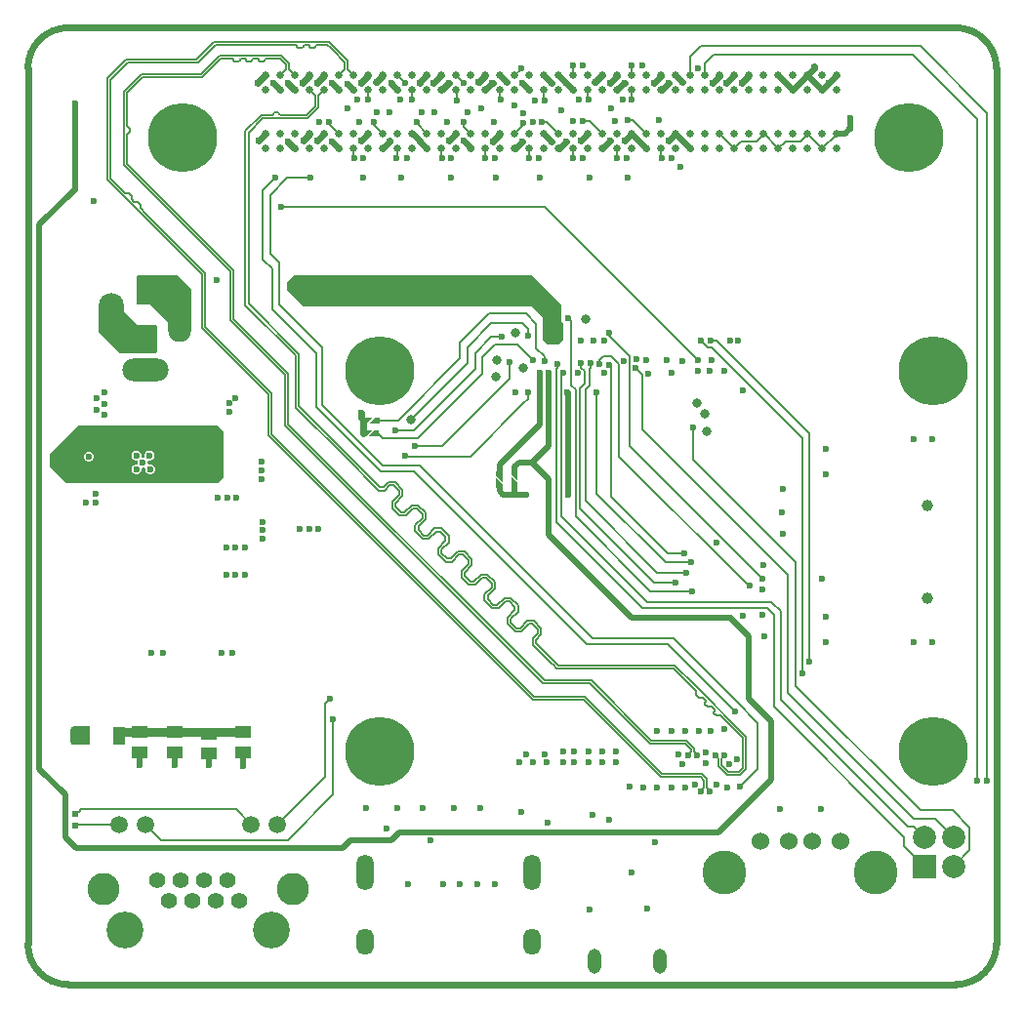
<source format=gbl>
G04*
G04 #@! TF.GenerationSoftware,Altium Limited,Altium Designer,22.10.1 (41)*
G04*
G04 Layer_Physical_Order=4*
G04 Layer_Color=16711680*
%FSAX44Y44*%
%MOMM*%
G71*
G04*
G04 #@! TF.SameCoordinates,19A9066D-69EC-4412-BDAA-CEE194C5A0F3*
G04*
G04*
G04 #@! TF.FilePolarity,Positive*
G04*
G01*
G75*
%ADD10C,0.2000*%
%ADD12C,0.5000*%
%ADD38R,0.6000X0.5500*%
%ADD93C,1.5000*%
%ADD105C,0.6000*%
%ADD106C,0.1500*%
%ADD108C,0.8000*%
%ADD113C,0.1460*%
%ADD114C,0.1550*%
%ADD116O,1.2000X2.1500*%
%ADD117O,1.5000X3.1000*%
%ADD118O,1.5000X2.3000*%
%ADD119C,1.0000*%
%ADD120C,1.4000*%
%ADD121C,2.8000*%
%ADD122C,3.2000*%
%ADD123C,2.0000*%
%ADD124R,2.0000X2.0000*%
%ADD125C,6.0000*%
%ADD126O,2.2000X4.0000*%
%ADD127O,2.0000X4.5000*%
%ADD128O,4.0000X2.0000*%
%ADD129C,3.8000*%
%ADD130C,1.5240*%
%ADD131C,0.6000*%
%ADD133R,1.7000X2.3000*%
%ADD134C,0.6400*%
%ADD135R,0.2000X0.2000*%
%ADD136R,0.2000X0.2000*%
%ADD137R,1.4000X1.1000*%
%ADD138R,1.0000X1.6000*%
%ADD139C,0.8000*%
G36*
X00147000Y00608000D02*
Y00579000D01*
X00127000D01*
X00111000Y00595000D01*
X00100000D01*
X00099000Y00596000D01*
Y00619000D01*
X00100000Y00620000D01*
X00135000D01*
X00147000Y00608000D01*
D02*
G37*
G36*
X00468000Y00594000D02*
Y00580000D01*
X00469000Y00579000D01*
Y00564000D01*
X00465000Y00560000D01*
X00456000D01*
X00452000Y00564000D01*
Y00583000D01*
X00442000Y00593000D01*
X00244000D01*
X00230000Y00607000D01*
Y00614000D01*
X00236000Y00620000D01*
X00442000D01*
X00468000Y00594000D01*
D02*
G37*
G36*
X00088000Y00589000D02*
X00100000Y00577000D01*
X00116000D01*
X00117000Y00576000D01*
Y00554000D01*
X00116000Y00553000D01*
X00084000D01*
X00066000Y00571000D01*
Y00594000D01*
X00088000D01*
Y00589000D01*
D02*
G37*
G36*
X00310000Y00491250D02*
X00300750D01*
X00306250Y00496750D01*
X00310000D01*
Y00491250D01*
D02*
G37*
G36*
X00298750D02*
X00295000D01*
Y00496750D01*
X00304250D01*
X00298750Y00491250D01*
D02*
G37*
G36*
X00309500Y00480250D02*
X00300250D01*
X00305750Y00485750D01*
X00309500D01*
Y00480250D01*
D02*
G37*
G36*
X00298250D02*
X00294500D01*
Y00485750D01*
X00303750D01*
X00298250Y00480250D01*
D02*
G37*
G36*
X00429750Y00442250D02*
X00424250Y00447750D01*
Y00451500D01*
X00429750D01*
Y00442250D01*
D02*
G37*
G36*
X00416750Y00441250D02*
X00411250Y00446750D01*
Y00450500D01*
X00416750D01*
Y00441250D01*
D02*
G37*
G36*
X00175000Y00485000D02*
Y00445000D01*
X00170000Y00440000D01*
X00038000D01*
X00024000Y00454000D01*
Y00465000D01*
X00049000Y00490000D01*
X00170000D01*
X00175000Y00485000D01*
D02*
G37*
G36*
X00429750Y00440250D02*
Y00436500D01*
X00424250D01*
Y00445750D01*
X00429750Y00440250D01*
D02*
G37*
G36*
X00416750Y00439250D02*
Y00435500D01*
X00411250D01*
Y00444750D01*
X00416750Y00439250D01*
D02*
G37*
G36*
X00059000Y00213000D02*
X00044000D01*
X00042000Y00215000D01*
Y00227000D01*
X00044000Y00229000D01*
X00059000D01*
Y00213000D01*
D02*
G37*
%LPC*%
G36*
X00058849Y00467270D02*
X00057151D01*
X00055581Y00466620D01*
X00054380Y00465419D01*
X00053730Y00463849D01*
Y00462151D01*
X00054380Y00460581D01*
X00055581Y00459380D01*
X00057151Y00458730D01*
X00058849D01*
X00060419Y00459380D01*
X00061620Y00460581D01*
X00062270Y00462151D01*
Y00463849D01*
X00061620Y00465419D01*
X00060419Y00466620D01*
X00058849Y00467270D01*
D02*
G37*
G36*
X00099849Y00468270D02*
X00098151D01*
X00096581Y00467620D01*
X00095380Y00466419D01*
X00094730Y00464849D01*
Y00463151D01*
X00095380Y00461581D01*
X00096581Y00460380D01*
X00098151Y00459730D01*
X00099524D01*
X00100267Y00459047D01*
X00100520Y00458633D01*
Y00457367D01*
X00100210Y00456860D01*
X00099495Y00456270D01*
X00098151D01*
X00096581Y00455620D01*
X00095380Y00454419D01*
X00094730Y00452849D01*
Y00451151D01*
X00095380Y00449581D01*
X00096581Y00448380D01*
X00098151Y00447730D01*
X00099849D01*
X00101419Y00448380D01*
X00102620Y00449581D01*
X00103270Y00451151D01*
Y00452598D01*
X00103580Y00453105D01*
X00104295Y00453695D01*
X00105639D01*
X00105719Y00453728D01*
X00106730Y00452849D01*
Y00451151D01*
X00107380Y00449581D01*
X00108581Y00448380D01*
X00110151Y00447730D01*
X00111849D01*
X00113419Y00448380D01*
X00114620Y00449581D01*
X00115270Y00451151D01*
Y00452849D01*
X00114620Y00454419D01*
X00113419Y00455620D01*
X00111849Y00456270D01*
X00110151D01*
X00110070Y00456237D01*
X00109059Y00457116D01*
Y00458563D01*
X00109369Y00459070D01*
X00110084Y00459660D01*
X00111428D01*
X00112998Y00460310D01*
X00114199Y00461511D01*
X00114849Y00463080D01*
Y00464779D01*
X00114199Y00466348D01*
X00112998Y00467550D01*
X00111428Y00468200D01*
X00109730D01*
X00108160Y00467550D01*
X00106959Y00466348D01*
X00106309Y00464779D01*
Y00463332D01*
X00105999Y00462824D01*
X00105285Y00462235D01*
X00104265D01*
X00103523Y00462918D01*
X00103270Y00463332D01*
Y00464849D01*
X00102620Y00466419D01*
X00101419Y00467620D01*
X00099849Y00468270D01*
D02*
G37*
%LPD*%
D10*
X00637000Y00736500D02*
X00643500Y00743000D01*
X00681500Y00742500D02*
X00694000Y00730000D01*
X00706500Y00742500D01*
X00681000Y00742500D02*
X00681500D01*
X00656000Y00730000D02*
X00662500Y00736500D01*
X00656000Y00730000D02*
Y00730500D01*
X00617500D02*
X00623500Y00736500D01*
X00215000Y00690000D02*
X00230000Y00705000D01*
X00215000Y00639000D02*
Y00690000D01*
X00230000Y00705000D02*
X00250000D01*
X00209000Y00634000D02*
Y00694000D01*
X00220000Y00705000D01*
X00538000Y00332000D02*
X00646000D01*
X00652000Y00246000D02*
Y00326000D01*
X00646000Y00332000D02*
X00652000Y00326000D01*
X00542000Y00337000D02*
X00650000D01*
X00658000Y00329000D01*
X00467730Y00411270D02*
X00542000Y00337000D01*
X00545000Y00346000D02*
X00581000D01*
X00480000Y00411000D02*
X00545000Y00346000D01*
X00779000Y00156000D02*
X00807000D01*
X00822000Y00121855D02*
Y00141000D01*
X00807000Y00156000D02*
X00822000Y00141000D01*
X00671000Y00264000D02*
X00779000Y00156000D01*
X00664000Y00258000D02*
X00773000Y00149000D01*
X00791545D02*
X00807645Y00132900D01*
X00773000Y00149000D02*
X00791545D01*
X00768000Y00142000D02*
X00773145D01*
X00658000Y00252000D02*
X00768000Y00142000D01*
X00773145D02*
X00782245Y00132900D01*
X00652000Y00246000D02*
X00765000Y00133000D01*
Y00124745D02*
Y00133000D01*
Y00124745D02*
X00782245Y00107500D01*
X00828000Y00182000D02*
X00828000Y00182000D01*
Y00756000D01*
X00837000Y00182000D02*
Y00761142D01*
X00779142Y00819000D02*
X00837000Y00761142D01*
X00837000Y00761142D02*
X00837000Y00761142D01*
X00807645Y00107500D02*
X00822000Y00121855D01*
X00671000Y00264000D02*
Y00371000D01*
X00380000Y00562000D02*
X00405000Y00587000D01*
X00380000Y00548000D02*
Y00562000D01*
X00326000Y00494000D02*
X00380000Y00548000D01*
X00405000Y00587000D02*
X00437000D01*
X00386000Y00558000D02*
X00407000Y00579000D01*
X00386000Y00544000D02*
Y00558000D01*
X00337000Y00495000D02*
X00386000Y00544000D01*
X00407000Y00579000D02*
X00434000D01*
X00393000Y00553000D02*
X00407000Y00567000D01*
X00340000Y00486000D02*
X00393000Y00539000D01*
Y00553000D01*
X00407000Y00567000D02*
X00416000D01*
X00343000Y00479000D02*
X00399000Y00535000D01*
Y00549000D02*
X00410000Y00560000D01*
X00399000Y00535000D02*
Y00549000D01*
X00410000Y00560000D02*
X00430000D01*
X00312500Y00479000D02*
X00343000D01*
X00324000Y00486000D02*
X00340000D01*
X00434000Y00579000D02*
X00439000Y00574000D01*
X00437000Y00587000D02*
X00446000Y00578000D01*
X00439000Y00568000D02*
Y00574000D01*
X00308500Y00483000D02*
X00312500Y00479000D01*
X00435000Y00509000D02*
X00435000D01*
X00333000Y00463000D02*
X00389000D01*
X00435000Y00509000D01*
X00435000D02*
X00439000Y00513000D01*
X00582000Y00460000D02*
Y00488000D01*
Y00460000D02*
X00671000Y00371000D01*
X00664000Y00258000D02*
Y00360000D01*
X00537730Y00486270D02*
X00664000Y00360000D01*
X00537730Y00486270D02*
Y00534270D01*
X00560000Y00379000D02*
X00574000D01*
X00511000Y00428000D02*
X00560000Y00379000D01*
X00209000Y00634000D02*
X00217000Y00626000D01*
Y00591000D02*
Y00626000D01*
X00215000Y00639000D02*
X00223000Y00631000D01*
Y00595000D02*
Y00631000D01*
X00325650Y00793750D02*
X00331900Y00787500D01*
X00311000Y00450000D02*
X00340000D01*
X00255000Y00506000D02*
Y00553000D01*
Y00506000D02*
X00311000Y00450000D01*
X00223000Y00595000D02*
X00260000Y00558000D01*
X00217000Y00591000D02*
X00255000Y00553000D01*
X00260000Y00508000D02*
Y00558000D01*
Y00508000D02*
X00313000Y00455000D01*
X00225000Y00680000D02*
X00453000D01*
X00586000Y00547000D01*
X00332000Y00464000D02*
X00333000Y00463000D01*
X00313000Y00455000D02*
X00345000D01*
X00495000Y00305000D01*
X00340000Y00450000D02*
X00490000Y00300000D01*
X00560000D01*
X00495000Y00305000D02*
X00565000D01*
X00620000Y00250000D01*
X00638002Y00192002D02*
Y00231998D01*
X00620000Y00250000D02*
X00620000D01*
X00638002Y00231998D01*
X00560000Y00300000D02*
X00618000Y00242000D01*
X00623000Y00177000D02*
X00638002Y00192002D01*
X00376450Y00793750D02*
X00382700Y00787500D01*
X00598000Y00558000D02*
X00677000Y00479000D01*
Y00275000D02*
Y00479000D01*
X00602000Y00564000D02*
X00683000Y00483000D01*
Y00285000D02*
Y00483000D01*
X00463730Y00406270D02*
X00538000Y00332000D01*
X00463730Y00539730D02*
X00464000Y00540000D01*
X00463730Y00406270D02*
Y00539730D01*
X00464000Y00540000D02*
Y00543000D01*
X00467730Y00411270D02*
Y00534730D01*
X00469000Y00536000D01*
X00658000Y00252000D02*
Y00329000D01*
X00595000Y00558000D02*
X00598000D01*
X00589000Y00564000D02*
X00595000Y00558000D01*
X00597000Y00564000D02*
X00602000D01*
X00480000Y00411000D02*
Y00521000D01*
X00592000Y00502000D02*
X00592500Y00501500D01*
Y00500000D02*
Y00501500D01*
X00586000Y00509500D02*
Y00511000D01*
X00585500Y00509000D02*
X00586000Y00509500D01*
X00592350Y00804350D02*
X00599929Y00811929D01*
X00772071D01*
X00592350Y00793750D02*
Y00804350D01*
X00589000Y00819000D02*
X00779142D01*
X00579650Y00809650D02*
X00589000Y00819000D01*
X00579650Y00793750D02*
Y00809650D01*
X00772071Y00811929D02*
X00828000Y00756000D01*
X00508999Y00542001D02*
X00509401Y00542403D01*
Y00542401D02*
Y00542403D01*
X00675000Y00736500D02*
X00681000Y00742500D01*
X00662500Y00736500D02*
X00675000D01*
X00643500Y00743000D02*
X00656000Y00730500D01*
X00623500Y00736500D02*
X00637000D01*
X00605050Y00742950D02*
X00617500Y00730500D01*
X00473000Y00519000D02*
X00474000Y00518000D01*
Y00583000D02*
X00476500Y00580500D01*
Y00524500D02*
Y00580500D01*
Y00524500D02*
X00480000Y00521000D01*
X00430000Y00560000D02*
X00442999Y00547001D01*
X00453000Y00546000D02*
Y00550000D01*
X00446000Y00557000D02*
X00453000Y00550000D01*
X00532000Y00540000D02*
X00537730Y00534270D01*
X00498000Y00431000D02*
Y00519000D01*
X00511000Y00428000D02*
Y00540000D01*
X00446000Y00557000D02*
Y00578000D01*
X00309000Y00494000D02*
X00326000D01*
X00439000Y00513000D02*
Y00519000D01*
X00508999Y00542001D02*
X00511000Y00540000D01*
D12*
X00604000Y00137000D02*
X00650000Y00183000D01*
X00549000Y00137000D02*
X00604000D01*
X00650000Y00183000D02*
Y00233000D01*
X00717729Y00747000D02*
X00718000D01*
X00706918Y00743218D02*
X00713947D01*
X00706650Y00742950D02*
X00706918Y00743218D01*
X00718000Y00747000D02*
Y00757000D01*
X00713947Y00743218D02*
X00717729Y00747000D01*
X00614000Y00323000D02*
X00630000Y00307000D01*
Y00253000D02*
Y00307000D01*
Y00253000D02*
X00650000Y00233000D01*
X00278000Y00123000D02*
X00285000Y00130000D01*
X00047000Y00123000D02*
X00278000D01*
X00037500Y00132500D02*
X00047000Y00123000D01*
X00320000Y00130000D02*
X00326770Y00136770D01*
X00285000Y00130000D02*
X00320000D01*
X00326770Y00136770D02*
X00531493D01*
X00531723Y00137000D01*
X00549000D01*
X00037500Y00142500D02*
Y00169500D01*
X00015000Y00192000D02*
Y00664000D01*
Y00192000D02*
X00037500Y00169500D01*
X00606000Y00323000D02*
X00614000D01*
X00529000D02*
X00606000D01*
X00046000Y00695000D02*
Y00769000D01*
X00015000Y00664000D02*
X00046000Y00695000D01*
X00414000Y00456000D02*
X00449000Y00491000D01*
X00414000Y00449500D02*
Y00456000D01*
X00449000Y00491000D02*
Y00519000D01*
Y00536000D01*
X00457000Y00472500D02*
Y00536000D01*
X00191877Y00194906D02*
Y00206127D01*
X00191754Y00194783D02*
X00191877Y00194906D01*
Y00206127D02*
X00192000Y00206250D01*
X00037500Y00132500D02*
Y00142500D01*
X00457000Y00395000D02*
X00529000Y00323000D01*
X00473191Y00518538D02*
X00473327Y00518673D01*
X00474000Y00430000D02*
Y00517729D01*
X00473191Y00518538D02*
X00474000Y00517729D01*
X00457000Y00395000D02*
Y00443500D01*
X00442500Y00458000D02*
X00457000Y00443500D01*
X00431000Y00458000D02*
X00442500D01*
X00457000Y00472500D01*
X00427000Y00450500D02*
Y00454000D01*
X00431000Y00458000D01*
X00417000Y00430000D02*
X00427000D01*
X00414000Y00433000D02*
X00417000Y00430000D01*
X00414000Y00433000D02*
Y00436500D01*
X00427000Y00430000D02*
X00437000D01*
X00427000D02*
Y00437500D01*
X00162000Y00195000D02*
Y00206250D01*
X00132000Y00195000D02*
Y00206250D01*
X00102000Y00195000D02*
Y00206250D01*
D38*
X00037750Y00153000D02*
D03*
X00046250D02*
D03*
X00037500Y00142500D02*
D03*
X00046000D02*
D03*
D93*
X00107300Y00143700D02*
D03*
X00198700D02*
D03*
X00084400D02*
D03*
X00221600D02*
D03*
D105*
X00845000Y00800000D02*
G03*
X00810000Y00835000I-00035000J00000000D01*
G01*
Y00005000D02*
G03*
X00845000Y00040000I00000000J00035000D01*
G01*
X00040000Y00835000D02*
G03*
X00005000Y00800000I00000000J-00035000D01*
G01*
Y00040000D02*
G03*
X00040000Y00005000I00035000J00000000D01*
G01*
X00082500D01*
X00040000D02*
X00102500D01*
X00040000D02*
X00142500D01*
X00202500Y00835000D02*
X00222500D01*
X00252500D01*
X00222500D02*
X00312500D01*
X00222500D02*
X00332500D01*
X00222500D02*
X00362500D01*
X00222500D02*
X00392500D01*
X00432500Y00005000D02*
X00462500D01*
X00432500D02*
X00482500D01*
X00502500D02*
X00522500D01*
X00502500D02*
X00552500D01*
X00502500D02*
X00592500D01*
X00502500D02*
X00612500D01*
X00502500D02*
X00642500D01*
X00712500Y00005000D02*
X00742500D01*
X00762500D01*
X00792500D02*
X00810000D01*
X00845000Y00040000D02*
Y00080000D01*
Y00150000D02*
Y00170000D01*
Y00040000D02*
Y00130000D01*
Y00170000D02*
Y00230000D01*
Y00170000D02*
Y00240000D01*
Y00310000D02*
Y00350000D01*
Y00170000D02*
Y00260000D01*
Y00290000D02*
Y00350000D01*
Y00380000D01*
Y00460000D02*
Y00480000D01*
Y00350000D02*
Y00420000D01*
X00432500Y00835000D02*
X00462500D01*
X00432500D02*
X00502500D01*
X00432500D02*
X00522500D01*
X00432500D02*
X00552500D01*
X00432500D02*
X00572500D01*
X00845000Y00480000D02*
Y00520000D01*
Y00480000D02*
Y00540000D01*
Y00570000D02*
Y00580000D01*
Y00570000D02*
Y00640000D01*
Y00680000D02*
Y00710000D01*
Y00680000D02*
Y00720000D01*
Y00570000D02*
Y00650000D01*
X00432500Y00835000D02*
X00602500D01*
X00622500D02*
X00632500D01*
X00682500Y00835000D02*
X00712500D01*
X00845000Y00680000D02*
Y00780000D01*
X00682500Y00835000D02*
X00762500D01*
X00782500D02*
X00810000D01*
X00142500Y00005000D02*
X00162500D01*
X00172500Y00835000D02*
X00202500D01*
X00482500Y00005000D02*
X00502500D01*
X00682500Y00005000D02*
X00712500D01*
X00845000Y00130000D02*
Y00150000D01*
Y00420000D02*
Y00460000D01*
Y00540000D02*
Y00570000D01*
Y00650000D02*
Y00680000D01*
X00762500Y00835000D02*
X00782500D01*
X00632500Y00835000D02*
X00672500D01*
X00392500Y00835000D02*
X00422500D01*
X00642500Y00005000D02*
X00672500D01*
X00762500Y00005000D02*
X00792500D01*
X00845000Y00260000D02*
Y00290000D01*
Y00780000D02*
Y00800000D01*
X00602500Y00835000D02*
X00622500D01*
X00693950Y00781050D02*
X00706650Y00793750D01*
X00566927Y00742785D02*
X00579627Y00730085D01*
X00528828Y00742785D02*
X00541527Y00730085D01*
X00465327Y00793585D02*
X00465415D01*
X00439927Y00780885D02*
Y00781072D01*
X00401828Y00780885D02*
X00407942Y00787000D01*
X00672500Y00835000D02*
X00682500Y00835000D01*
X00422500Y00835000D02*
X00432500Y00835000D01*
X00162500Y00835000D02*
X00172500Y00835000D01*
X00152500Y00835000D02*
X00162500D01*
X00142500D02*
X00152500D01*
X00132500D02*
X00142500D01*
X00122500D02*
X00132500D01*
X00112500D02*
X00122500D01*
X00102500D02*
X00112500D01*
X00082500D02*
X00102500D01*
X00072500D02*
X00082500D01*
X00062500D02*
X00072500D01*
X00042500D02*
X00062500D01*
X00040000D02*
X00042500D01*
X00363885Y00780885D02*
X00370000Y00787000D01*
X00363727Y00780885D02*
X00363885D01*
X00320000Y00786513D02*
X00325628Y00780885D01*
X00269000Y00786713D02*
X00274827Y00780885D01*
X00231000Y00786613D02*
X00236728Y00780885D01*
X00218000Y00787000D02*
X00224028Y00780973D01*
X00269000Y00735913D02*
X00274827Y00730085D01*
X00231000Y00735813D02*
X00236728Y00730085D01*
X00672500Y00005000D02*
X00682500Y00005000D01*
X00422500Y00005000D02*
X00432500Y00005000D01*
X00412500Y00005000D02*
X00422500D01*
X00402500D02*
X00412500D01*
X00392500D02*
X00402500D01*
X00382500D02*
X00392500D01*
X00372500D02*
X00382500D01*
X00362500D02*
X00372500D01*
X00352500D02*
X00362500D01*
X00342500D02*
X00352500D01*
X00332500D02*
X00342500D01*
X00322500D02*
X00332500D01*
X00312500D02*
X00322500D01*
X00302500D02*
X00312500D01*
X00292500D02*
X00302500D01*
X00282500D02*
X00292500D01*
X00272500D02*
X00282500D01*
X00262500D02*
X00272500D01*
X00252500D02*
X00262500D01*
X00242500D02*
X00252500D01*
X00232500D02*
X00242500D01*
X00222500D02*
X00232500D01*
X00212500D02*
X00222500D01*
X00202500D02*
X00212500D01*
X00192500D02*
X00202500D01*
X00182500D02*
X00192500D01*
X00172500D02*
X00182500D01*
X00162500Y00005000D02*
X00172500Y00005000D01*
X00005000Y00790000D02*
Y00800000D01*
Y00780000D02*
Y00790000D01*
Y00770000D02*
Y00780000D01*
Y00760000D02*
Y00770000D01*
Y00750000D02*
Y00760000D01*
Y00740000D02*
Y00750000D01*
Y00730000D02*
Y00740000D01*
Y00720000D02*
Y00730000D01*
Y00710000D02*
Y00720000D01*
Y00700000D02*
Y00710000D01*
Y00690000D02*
Y00700000D01*
Y00680000D02*
Y00690000D01*
Y00670000D02*
Y00680000D01*
Y00660000D02*
Y00670000D01*
Y00650000D02*
Y00660000D01*
Y00640000D02*
Y00650000D01*
Y00630000D02*
Y00640000D01*
Y00620000D02*
Y00630000D01*
Y00610000D02*
Y00620000D01*
Y00600000D02*
Y00610000D01*
Y00590000D02*
Y00600000D01*
Y00580000D02*
Y00590000D01*
Y00570000D02*
Y00580000D01*
Y00560000D02*
Y00570000D01*
Y00550000D02*
Y00560000D01*
Y00540000D02*
Y00550000D01*
Y00530000D02*
Y00540000D01*
Y00520000D02*
Y00530000D01*
Y00510000D02*
Y00520000D01*
Y00500000D02*
Y00510000D01*
Y00490000D02*
Y00500000D01*
Y00480000D02*
Y00490000D01*
Y00470000D02*
Y00480000D01*
Y00460000D02*
Y00470000D01*
Y00450000D02*
Y00460000D01*
Y00440000D02*
Y00450000D01*
Y00430000D02*
Y00440000D01*
Y00420000D02*
Y00430000D01*
Y00410000D02*
Y00420000D01*
Y00400000D02*
Y00410000D01*
Y00390000D02*
Y00400000D01*
Y00380000D02*
Y00390000D01*
Y00370000D02*
Y00380000D01*
Y00360000D02*
Y00370000D01*
Y00350000D02*
Y00360000D01*
Y00340000D02*
Y00350000D01*
Y00330000D02*
Y00340000D01*
Y00320000D02*
Y00330000D01*
Y00310000D02*
Y00320000D01*
Y00300000D02*
Y00310000D01*
Y00290000D02*
Y00300000D01*
Y00280000D02*
Y00290000D01*
Y00270000D02*
Y00280000D01*
Y00260000D02*
Y00270000D01*
Y00250000D02*
Y00260000D01*
Y00240000D02*
Y00250000D01*
Y00230000D02*
Y00240000D01*
Y00220000D02*
Y00230000D01*
Y00210000D02*
Y00220000D01*
Y00200000D02*
Y00210000D01*
Y00190000D02*
Y00200000D01*
Y00180000D02*
Y00190000D01*
Y00170000D02*
Y00180000D01*
Y00160000D02*
Y00170000D01*
Y00150000D02*
Y00160000D01*
Y00140000D02*
Y00150000D01*
Y00130000D02*
Y00140000D01*
Y00120000D02*
Y00130000D01*
Y00110000D02*
Y00120000D01*
Y00100000D02*
Y00110000D01*
Y00090000D02*
Y00100000D01*
Y00080000D02*
Y00090000D01*
Y00070000D02*
Y00080000D01*
Y00060000D02*
Y00070000D01*
Y00050000D02*
Y00060000D01*
Y00040000D02*
Y00050000D01*
Y00040000D02*
Y00040000D01*
X00294000Y00497000D02*
X00296000Y00495000D01*
Y00494000D02*
Y00495000D01*
X00294000Y00497000D02*
Y00501000D01*
X00295500Y00483000D02*
Y00493500D01*
X00296000Y00494000D01*
X00687000Y00801000D02*
Y00801500D01*
Y00799500D02*
Y00801000D01*
X00471500Y00787500D02*
X00472000Y00787000D01*
X00465415Y00793585D02*
X00471500Y00787500D01*
X00681250Y00793750D02*
X00687000Y00799500D01*
X00205000Y00737000D02*
X00210785Y00742785D01*
X00211327D01*
X00459000Y00787000D02*
Y00787213D01*
X00496499Y00787999D02*
X00496999D01*
X00502585Y00793585D01*
X00408000Y00736000D02*
Y00736258D01*
X00414528Y00742785D01*
X00294000Y00737000D02*
X00294442D01*
X00300228Y00742785D01*
X00256342Y00737000D02*
X00262127Y00742785D01*
X00244000Y00737000D02*
Y00737358D01*
X00249428Y00742785D01*
X00231000Y00735813D02*
Y00736000D01*
X00611000Y00787000D02*
X00611142D01*
X00617728Y00793585D01*
X00599000Y00787000D02*
X00605028Y00793027D01*
Y00793585D01*
X00572513Y00788000D02*
X00573000D01*
X00566927Y00793585D02*
X00572513Y00788000D01*
X00502585Y00793585D02*
X00503428D01*
X00452627D02*
X00459000Y00787213D01*
X00434000Y00787000D02*
X00439927Y00781072D01*
X00407942Y00787000D02*
X00408000D01*
X00396000Y00788000D02*
X00396242D01*
X00401828Y00793585D01*
X00420000Y00788000D02*
Y00788113D01*
X00414528Y00793585D02*
X00420000Y00788113D01*
X00357000Y00787000D02*
X00363585Y00793585D01*
X00363727D01*
X00345000Y00787000D02*
Y00787558D01*
X00351027Y00793585D01*
X00320000Y00786513D02*
Y00787000D01*
X00307000Y00788000D02*
X00307342D01*
X00312927Y00793585D01*
X00294000Y00787000D02*
Y00787358D01*
X00300228Y00793585D01*
X00282000Y00786000D02*
X00287115Y00780885D01*
X00287528D01*
X00269000Y00786713D02*
Y00787000D01*
X00256000D02*
Y00787458D01*
X00262127Y00793585D01*
X00243000Y00787000D02*
Y00787158D01*
X00249428Y00793585D01*
X00231000Y00786613D02*
Y00787000D01*
X00224028Y00780885D02*
Y00780973D01*
X00204000Y00787000D02*
X00210585Y00793585D01*
X00211327D01*
X00472000Y00787000D02*
X00472100D01*
X00478050Y00781050D01*
X00516150Y00793150D02*
Y00793750D01*
X00510000Y00787000D02*
X00516150Y00793150D01*
X00522100Y00787000D02*
X00523000D01*
X00516150Y00781050D02*
X00522100Y00787000D01*
X00554250Y00793250D02*
Y00793750D01*
X00548000Y00787000D02*
X00554250Y00793250D01*
Y00781050D02*
X00555050D01*
X00561000Y00787000D01*
X00624000Y00787300D02*
X00630450Y00793750D01*
X00693950Y00781050D02*
X00693950D01*
X00681250Y00793750D02*
X00693950Y00781050D01*
X00668550D02*
X00681250Y00793750D01*
X00655850D02*
X00668550Y00781050D01*
X00561000Y00737000D02*
X00566950Y00742950D01*
X00503450Y00730250D02*
X00510000Y00736800D01*
Y00737000D01*
X00490750Y00742750D02*
Y00742950D01*
X00485000Y00737000D02*
X00490750Y00742750D01*
X00528850Y00742850D02*
Y00742950D01*
X00523000Y00737000D02*
X00528850Y00742850D01*
X00452650Y00742763D02*
Y00742950D01*
Y00742763D02*
X00458978Y00736435D01*
X00465350Y00730250D02*
X00466250D01*
X00472000Y00736000D01*
X00427250Y00730250D02*
X00428250D01*
X00434000Y00736000D01*
X00389150Y00730250D02*
Y00730850D01*
X00383000Y00737000D02*
X00389150Y00730850D01*
X00370500Y00737000D02*
X00376450Y00742950D01*
X00370000Y00737000D02*
X00370500D01*
X00312950Y00730250D02*
X00319000Y00736300D01*
Y00737000D01*
X00345000Y00736300D02*
X00351050Y00730250D01*
X00345000Y00736300D02*
Y00737000D01*
X00339050Y00742950D02*
X00345000Y00737000D01*
X00338350Y00742950D02*
X00339050D01*
D106*
X00484000Y00418000D02*
X00548000Y00354000D01*
X00567000D01*
X00484000Y00418000D02*
Y00522000D01*
X00488500Y00424500D02*
X00551000Y00362000D01*
X00576000D01*
X00558000Y00371000D02*
X00580000D01*
X00498000Y00431000D02*
X00558000Y00371000D01*
X00341000Y00472000D02*
X00364698D01*
X00423000Y00530302D01*
Y00545000D01*
X00263000Y00248500D02*
X00267020Y00252520D01*
X00263000Y00185100D02*
Y00248500D01*
X00221600Y00143700D02*
X00263000Y00185100D01*
X00269790Y00169790D02*
Y00235491D01*
X00230500Y00130500D02*
X00269790Y00169790D01*
X00049129Y00155000D02*
X00051129Y00157000D01*
X00185400D01*
X00048250Y00155000D02*
X00049129D01*
X00046250Y00153000D02*
X00048250Y00155000D01*
X00185400Y00157000D02*
X00198700Y00143700D01*
X00046000Y00142500D02*
X00047200Y00143700D01*
X00084400D01*
X00518000Y00462901D02*
Y00542401D01*
Y00462901D02*
X00629901Y00351000D01*
X00631000D01*
X00527000Y00472000D02*
Y00537901D01*
Y00472000D02*
X00642000Y00357000D01*
X00107300Y00143700D02*
X00120500Y00130500D01*
X00230500D01*
X00516480Y00543921D02*
X00518000Y00542401D01*
X00516480Y00543921D02*
Y00544020D01*
X00527000Y00549369D02*
Y00550000D01*
X00526980Y00549349D02*
X00527000Y00549369D01*
X00526980Y00545191D02*
Y00549349D01*
Y00545191D02*
X00527000Y00545171D01*
Y00542099D02*
Y00545171D01*
X00526980Y00542079D02*
X00527000Y00542099D01*
X00526980Y00537921D02*
Y00542079D01*
Y00537921D02*
X00527000Y00537901D01*
X00509000Y00568000D02*
X00527000Y00550000D01*
X00510500Y00550000D02*
X00516480Y00544020D01*
X00504000Y00550000D02*
X00510500D01*
X00509000Y00568000D02*
Y00570000D01*
X00501000Y00547000D02*
X00504000Y00550000D01*
X00488500Y00424500D02*
Y00521500D01*
X00484000Y00522000D02*
X00488000Y00526000D01*
X00501000Y00543000D02*
Y00547000D01*
X00485000Y00540099D02*
X00488000Y00537099D01*
Y00526000D02*
Y00537099D01*
X00485000Y00540099D02*
Y00544000D01*
X00492999Y00540034D02*
Y00543999D01*
X00492000Y00539035D02*
X00492999Y00540034D01*
X00488500Y00521500D02*
X00492000Y00525000D01*
Y00539035D01*
D108*
X00489000Y00582000D02*
D03*
X00435000Y00539756D02*
D03*
X00412000Y00547000D02*
D03*
X00428000Y00570000D02*
D03*
X00411000Y00532000D02*
D03*
X00594000Y00485000D02*
D03*
X00592500Y00500000D02*
D03*
X00585500Y00509000D02*
D03*
X00337000Y00495000D02*
D03*
D113*
X00156270Y00574599D02*
Y00620869D01*
X00159000Y00575730D02*
Y00622000D01*
X00156270Y00574599D02*
X00213770Y00517099D01*
X00159000Y00575730D02*
X00216500Y00518230D01*
X00107000Y00674000D02*
X00159000Y00622000D01*
X00073770Y00703369D02*
X00105070Y00672070D01*
X00156270Y00620869D01*
X00601500Y00203260D02*
X00603885Y00200875D01*
X00601500Y00203260D02*
Y00204000D01*
X00609000Y00203260D02*
Y00204000D01*
X00606615Y00200875D02*
X00609000Y00203260D01*
X00603885Y00194183D02*
Y00200875D01*
X00193770Y00594369D02*
Y00745270D01*
X00196500Y00595500D02*
X00240000Y00552000D01*
Y00506500D02*
Y00552000D01*
X00208965Y00756604D02*
X00247965D01*
X00193770Y00594369D02*
X00237270Y00550869D01*
Y00505369D02*
Y00550869D01*
X00196500Y00595500D02*
Y00744139D01*
X00200000Y00562000D02*
X00228270Y00533730D01*
X00216500Y00482361D02*
Y00518230D01*
X00088270Y00715869D02*
Y00779631D01*
X00213770Y00481230D02*
Y00517099D01*
X00228270Y00489730D02*
Y00533730D01*
X00237270Y00505369D02*
X00281007Y00461632D01*
X00231000Y00490861D02*
Y00534861D01*
X00203805Y00562056D02*
X00231000Y00534861D01*
X00240000Y00506500D02*
X00282000Y00464500D01*
X00228270Y00489730D02*
X00452000Y00266000D01*
X00213770Y00481230D02*
X00443000Y00252000D01*
X00231000Y00490861D02*
X00453131Y00268730D01*
X00216500Y00482361D02*
X00444131Y00254730D01*
X00460509Y00282130D02*
X00463639Y00279000D01*
X00565139D01*
X00580538Y00263601D01*
X00625270Y00193131D02*
Y00218869D01*
X00618070Y00226070D02*
X00625270Y00218869D01*
X00621639Y00189500D02*
X00625270Y00193131D01*
X00459427Y00283212D02*
X00460509Y00282130D01*
X00580538Y00263601D02*
X00584915Y00259224D01*
X00443026Y00305117D02*
X00447475Y00309566D01*
X00442612Y00317669D02*
X00447475Y00312807D01*
X00459427Y00283212D02*
X00459427D01*
X00443026Y00299614D02*
X00459427Y00283212D01*
X00588776Y00253819D02*
X00590320D01*
X00587008Y00253596D02*
X00588552D01*
X00590320Y00253819D02*
X00592636Y00251503D01*
X00588552Y00253596D02*
X00588776Y00253819D01*
X00584691Y00257457D02*
X00584915Y00257680D01*
Y00259224D01*
X00584691Y00255912D02*
X00587008Y00253596D01*
X00584691Y00255912D02*
Y00257457D01*
X00422545Y00337737D02*
X00427407Y00332875D01*
X00419304Y00337737D02*
X00422545D01*
X00427407Y00329633D02*
Y00332875D01*
X00413087Y00331520D02*
X00419304Y00337737D01*
X00407339Y00349701D02*
Y00352942D01*
X00402477Y00357804D02*
X00407339Y00352942D01*
X00407584Y00331520D02*
X00413087D01*
X00401123Y00337981D02*
X00407584Y00331520D01*
X00439371Y00317669D02*
X00442612D01*
X00433154Y00311452D02*
X00439371Y00317669D01*
X00447475Y00309566D02*
Y00312807D01*
X00443026Y00299614D02*
Y00305117D01*
X00421190Y00323416D02*
X00427407Y00329633D01*
X00421190Y00317913D02*
Y00323416D01*
X00427651Y00311452D02*
X00433154D01*
X00421190Y00317913D02*
X00427651Y00311452D01*
X00605763Y00238376D02*
X00618070Y00226070D01*
X00606615Y00195314D02*
Y00200875D01*
X00612429Y00189500D02*
X00621639D01*
X00606615Y00195314D02*
X00612429Y00189500D01*
X00596497Y00246098D02*
X00598041D01*
X00594729Y00245874D02*
X00596274D01*
X00598041Y00246098D02*
X00600358Y00243781D01*
X00596274Y00245874D02*
X00596497Y00246098D01*
X00592413Y00249735D02*
X00592636Y00249959D01*
Y00251503D01*
X00592413Y00248191D02*
X00594729Y00245874D01*
X00592413Y00248191D02*
Y00249735D01*
X00604219Y00238376D02*
X00605763D01*
X00602482Y00238183D02*
X00604026D01*
X00604219Y00238376D01*
X00600165Y00242044D02*
X00600358Y00242237D01*
Y00243781D01*
X00600165Y00240500D02*
X00602482Y00238183D01*
X00600165Y00240500D02*
Y00242044D01*
X00281007Y00461632D02*
Y00461632D01*
X00314517Y00433626D02*
X00318965Y00438075D01*
X00281007Y00461632D02*
X00307132Y00435507D01*
X00254435Y00766935D02*
Y00776065D01*
X00249450Y00781050D02*
X00254435Y00776065D01*
X00246835Y00759334D02*
X00254435Y00766935D01*
X00322207Y00438075D02*
X00327069Y00433213D01*
X00318965Y00438075D02*
X00322207D01*
X00320852Y00423754D02*
X00327069Y00429971D01*
Y00433213D01*
X00308214Y00434425D02*
Y00434425D01*
X00307132Y00435507D02*
X00308214Y00434425D01*
X00309014Y00433626D02*
X00314517D01*
X00308214Y00434425D02*
X00309014Y00433626D01*
X00222190Y00761519D02*
X00223282Y00760427D01*
Y00760426D02*
X00224374Y00759334D01*
X00223282Y00760426D02*
Y00760427D01*
X00218914Y00761519D02*
X00222190D01*
X00217822Y00760427D02*
X00218914Y00761519D01*
X00216730Y00759334D02*
X00217822Y00760426D01*
Y00760427D01*
X00216000Y00759334D02*
X00216730D01*
X00207834D02*
X00216000D01*
X00240000D02*
X00246835D01*
X00224374D02*
X00240000D01*
X00193770Y00745270D02*
X00207834Y00759334D01*
X00382410Y00377872D02*
X00387272Y00373010D01*
X00379168Y00377872D02*
X00382410D01*
X00387272Y00369768D02*
Y00373010D01*
X00372952Y00371655D02*
X00379168Y00377872D01*
X00360987Y00383619D02*
X00367204Y00389836D01*
Y00393077D01*
X00367449Y00371655D02*
X00372952D01*
X00360987Y00378116D02*
X00367449Y00371655D01*
X00399236Y00357804D02*
X00402477D01*
X00393019Y00351587D02*
X00399236Y00357804D01*
X00401123Y00343484D02*
X00407339Y00349701D01*
X00401123Y00337981D02*
Y00343484D01*
X00381055Y00363552D02*
X00387272Y00369768D01*
X00381055Y00358049D02*
Y00363552D01*
X00387516Y00351587D02*
X00393019D01*
X00381055Y00358049D02*
X00387516Y00351587D01*
X00342275Y00418007D02*
X00347137Y00413145D01*
X00339033Y00418007D02*
X00342275D01*
X00347137Y00409904D02*
Y00413145D01*
X00332816Y00411790D02*
X00339033Y00418007D01*
X00320852Y00418251D02*
X00323645Y00415459D01*
X00320852Y00418251D02*
Y00423754D01*
X00327313Y00411790D02*
X00332816D01*
X00323645Y00415459D02*
X00327313Y00411790D01*
X00362342Y00397939D02*
X00367204Y00393077D01*
X00359101Y00397939D02*
X00362342D01*
X00360987Y00378116D02*
Y00383619D01*
X00352884Y00391723D02*
X00359101Y00397939D01*
X00340920Y00403687D02*
X00347137Y00409904D01*
X00340920Y00398184D02*
Y00403687D01*
X00347381Y00391723D02*
X00352884D01*
X00340920Y00398184D02*
X00347381Y00391723D01*
X00582468Y00265532D02*
X00628000Y00220000D01*
X00566270Y00281730D02*
X00582468Y00265532D01*
X00464770Y00281730D02*
X00566270D01*
X00462439Y00284060D02*
X00464770Y00281730D01*
X00622770Y00186770D02*
X00628000Y00192000D01*
Y00220000D01*
X00430137Y00328502D02*
Y00334005D01*
X00423920Y00319044D02*
Y00322286D01*
X00432024Y00314182D02*
X00438240Y00320399D01*
X00423676Y00340467D02*
X00430137Y00334005D01*
X00418173Y00340467D02*
X00423676D01*
X00423920Y00322286D02*
X00430137Y00328502D01*
X00450205Y00308435D02*
Y00313938D01*
X00443743Y00320399D02*
X00450205Y00313938D01*
X00445756Y00303986D02*
X00450205Y00308435D01*
X00438240Y00320399D02*
X00443743D01*
X00423920Y00319044D02*
X00428782Y00314182D01*
X00432024D01*
X00398105Y00360534D02*
X00403608D01*
X00391888Y00354317D02*
X00398105Y00360534D01*
X00403608D02*
X00410069Y00354073D01*
X00390002Y00368638D02*
Y00374141D01*
X00383785Y00359179D02*
Y00362421D01*
X00388647Y00354317D02*
X00391888D01*
X00408715Y00334250D02*
X00411956D01*
X00410069Y00348570D02*
Y00354073D01*
X00411956Y00334250D02*
X00418173Y00340467D01*
X00403853Y00342353D02*
X00410069Y00348570D01*
X00403853Y00339112D02*
Y00342353D01*
Y00339112D02*
X00408715Y00334250D01*
X00611298Y00186770D02*
X00622770D01*
X00603885Y00194183D02*
X00611298Y00186770D01*
X00462439Y00284060D02*
X00462439Y00284060D01*
X00445756Y00300744D02*
X00461358Y00285142D01*
X00445756Y00300744D02*
Y00303986D01*
X00461358Y00285142D02*
X00462439Y00284060D01*
X00317835Y00440805D02*
X00323338D01*
X00313386Y00436356D02*
X00317835Y00440805D01*
X00323338D02*
X00329799Y00434343D01*
X00282000Y00464500D02*
X00309063Y00437437D01*
X00282000Y00464500D02*
Y00464500D01*
X00309063Y00437437D02*
X00309063Y00437437D01*
X00323582Y00422624D02*
X00329799Y00428840D01*
Y00434343D01*
X00337902Y00420737D02*
X00343405D01*
X00310144Y00436356D02*
X00310144Y00436356D01*
X00309063Y00437437D02*
X00310144Y00436356D01*
X00310144Y00436356D02*
X00313386D01*
X00257165Y00776065D02*
X00262150Y00781050D01*
X00257165Y00765804D02*
Y00776065D01*
X00247965Y00756604D02*
X00257165Y00765804D01*
X00196500Y00744139D02*
X00208965Y00756604D01*
X00369934Y00388705D02*
Y00394208D01*
X00363717Y00379247D02*
Y00382489D01*
X00371821Y00374385D02*
X00378038Y00380602D01*
X00363473Y00400669D02*
X00369934Y00394208D01*
X00357970Y00400669D02*
X00363473D01*
X00363717Y00382489D02*
X00369934Y00388705D01*
X00383785Y00362421D02*
X00390002Y00368638D01*
X00383540Y00380602D02*
X00390002Y00374141D01*
X00383785Y00359179D02*
X00388647Y00354317D01*
X00378038Y00380602D02*
X00383540D01*
X00363717Y00379247D02*
X00368579Y00374385D01*
X00371821D01*
X00343405Y00420737D02*
X00349866Y00414276D01*
X00331686Y00414520D02*
X00337902Y00420737D01*
X00349866Y00408773D02*
Y00414276D01*
X00323582Y00419382D02*
X00328444Y00414520D01*
X00323582Y00419382D02*
Y00422624D01*
X00328444Y00414520D02*
X00331686D01*
X00348512Y00394453D02*
X00351753D01*
X00343650Y00399315D02*
X00348512Y00394453D01*
X00351753D02*
X00357970Y00400669D01*
X00343650Y00402556D02*
X00349866Y00408773D01*
X00343650Y00399315D02*
Y00402556D01*
X00091000Y00717000D02*
X00183300Y00624700D01*
X00088270Y00715869D02*
X00180570Y00623570D01*
X00229035Y00798735D02*
Y00803104D01*
X00223869Y00808270D02*
X00229035Y00803104D01*
X00224050Y00793750D02*
X00229035Y00798735D01*
X00211705Y00808270D02*
X00214000D01*
X00223869D01*
X00453131Y00268730D02*
X00493631D01*
X00210613Y00807178D02*
X00211705Y00808270D01*
X00205153Y00806862D02*
Y00807178D01*
X00200785Y00808270D02*
X00204061D01*
X00205153Y00807178D01*
X00210613Y00806862D02*
Y00807178D01*
X00209521Y00805770D02*
X00210613Y00806862D01*
X00205153D02*
X00206245Y00805770D01*
X00209521D01*
X00585000Y00204000D02*
Y00204740D01*
X00582615Y00207125D02*
X00585000Y00204740D01*
X00543305Y00219056D02*
X00545861Y00216500D01*
X00576200D01*
X00493631Y00268730D02*
X00543305Y00219056D01*
Y00219056D02*
Y00219056D01*
X00582615Y00207125D02*
Y00210086D01*
X00576200Y00216500D02*
X00582615Y00210086D01*
X00199693Y00807178D02*
X00200785Y00808270D01*
X00193141D02*
X00194233Y00807178D01*
Y00806862D02*
Y00807178D01*
X00189865Y00808270D02*
X00193141D01*
X00188773Y00807178D02*
X00189865Y00808270D01*
X00199693Y00806862D02*
Y00807178D01*
X00195325Y00805770D02*
X00198601D01*
X00187681D02*
X00188773Y00806862D01*
X00194233D02*
X00195325Y00805770D01*
X00176031Y00808270D02*
X00182221D01*
X00183313Y00807178D01*
X00172348Y00808270D02*
X00176031D01*
X00188773Y00806862D02*
Y00807178D01*
X00184405Y00805770D02*
X00187681D01*
X00183313Y00806862D02*
Y00807178D01*
Y00806862D02*
X00184405Y00805770D01*
X00198601D02*
X00199693Y00806862D01*
X00104500Y00792000D02*
X00156078D01*
X00172348Y00808270D01*
X00091000Y00778500D02*
X00104500Y00792000D01*
X00093184Y00744374D02*
Y00747650D01*
X00092092Y00743282D02*
X00093184Y00744374D01*
X00092092Y00748742D02*
X00093184Y00747650D01*
X00091000Y00749834D02*
X00092092Y00748742D01*
X00092092D01*
X00091000Y00766000D02*
Y00778500D01*
Y00749834D02*
Y00766000D01*
X00092092Y00743282D02*
X00092092D01*
X00091000Y00717000D02*
Y00736000D01*
Y00742190D02*
X00092092Y00743282D01*
X00091000Y00736000D02*
Y00742190D01*
X00579885Y00207125D02*
Y00208955D01*
X00575070Y00213770D02*
X00579885Y00208955D01*
X00577500Y00204740D02*
X00579885Y00207125D01*
X00544730Y00213770D02*
X00575070D01*
X00492500Y00266000D02*
X00544730Y00213770D01*
X00577500Y00204000D02*
Y00204740D01*
X00231765Y00798735D02*
Y00804235D01*
X00225000Y00811000D02*
X00231765Y00804235D01*
Y00798735D02*
X00236750Y00793750D01*
X00171217Y00811000D02*
X00225000D01*
X00154947Y00794730D02*
X00171217Y00811000D01*
X00103369Y00794730D02*
X00154947D01*
X00452000Y00266000D02*
X00492500D01*
X00088270Y00779631D02*
X00103369Y00794730D01*
X00183300Y00582561D02*
X00203805Y00562056D01*
Y00562056D02*
Y00562056D01*
X00180570Y00581430D02*
X00200000Y00562000D01*
X00180570Y00581430D02*
Y00623570D01*
X00183300Y00582561D02*
Y00624700D01*
X00166668Y00823000D02*
X00265861D01*
X00282565Y00806296D01*
X00151398Y00807730D02*
X00166668Y00823000D01*
X00282565Y00798735D02*
Y00806296D01*
X00073770Y00791131D02*
X00090369Y00807730D01*
X00073770Y00703369D02*
Y00791131D01*
X00090369Y00807730D02*
X00151398D01*
X00553375Y00185625D02*
X00553375D01*
X00554174Y00184826D02*
X00588674D01*
X00553375Y00185625D02*
X00554174Y00184826D01*
X00591385Y00175525D02*
Y00182115D01*
X00589000Y00173140D02*
X00591385Y00175525D01*
X00588674Y00184826D02*
X00591385Y00182115D01*
X00589000Y00172400D02*
Y00173140D01*
X00282565Y00798735D02*
X00287550Y00793750D01*
X00487000Y00252000D02*
X00553375Y00185625D01*
X00443000Y00252000D02*
X00487000D01*
X00264730Y00820270D02*
X00267625Y00817375D01*
Y00817375D02*
Y00817375D01*
X00279835Y00798735D02*
Y00805165D01*
X00261865Y00820270D02*
X00264730D01*
X00267625Y00817375D02*
X00269500Y00815500D01*
X00279835Y00805165D01*
X00091500Y00805000D02*
X00152529D01*
X00076500Y00790000D02*
X00091500Y00805000D01*
X00076500Y00704500D02*
Y00790000D01*
X00255754Y00820270D02*
X00261865D01*
X00254662Y00819178D02*
X00255754Y00820270D01*
X00274850Y00793750D02*
X00279835Y00798735D01*
X00248110Y00820270D02*
X00249202Y00819178D01*
X00244834Y00820270D02*
X00248110D01*
X00249202Y00818862D02*
Y00819178D01*
X00243742D02*
X00244834Y00820270D01*
X00243742Y00818862D02*
Y00819178D01*
X00254662Y00818862D02*
Y00819178D01*
X00253570Y00817770D02*
X00254662Y00818862D01*
X00249202D02*
X00250294Y00817770D01*
X00253570D01*
X00594115Y00175525D02*
X00596500Y00173140D01*
Y00172400D02*
Y00173140D01*
X00488131Y00254730D02*
X00555305Y00187556D01*
X00589805D01*
X00444131Y00254730D02*
X00488131D01*
X00589805Y00187556D02*
X00594115Y00183246D01*
Y00175525D02*
Y00183246D01*
X00231000Y00820270D02*
X00237190D01*
X00167799D02*
X00231000D01*
X00237190D02*
X00238282Y00819178D01*
X00152529Y00805000D02*
X00167799Y00820270D01*
X00239374Y00817770D02*
X00242650D01*
X00243742Y00818862D01*
X00238282D02*
Y00819178D01*
Y00818862D02*
X00239374Y00817770D01*
X00091041Y00691504D02*
X00092585D01*
X00089496Y00691504D02*
X00091041D01*
X00076500Y00704500D02*
X00082000Y00699000D01*
X00089496Y00691504D01*
X00102623Y00679921D02*
X00102816Y00680114D01*
Y00681658D01*
X00102623Y00678377D02*
Y00679921D01*
X00098955Y00683975D02*
X00100499D01*
X00102816Y00681658D01*
X00102623Y00678377D02*
X00107000Y00674000D01*
X00094902Y00687643D02*
Y00689187D01*
X00094901Y00687643D02*
X00094902Y00687643D01*
X00091041Y00691504D02*
X00091041Y00691504D01*
X00092585D02*
X00094902Y00689187D01*
X00097218Y00683782D02*
X00098762D01*
X00098955Y00683975D01*
X00094901Y00686099D02*
Y00687643D01*
Y00686099D02*
X00097218Y00683782D01*
D114*
X00478050Y00793750D02*
Y00801950D01*
X00478000Y00802000D02*
X00478050Y00801950D01*
X00427250Y00793750D02*
X00432624Y00799124D01*
Y00799760D01*
X00414550Y00773450D02*
X00415000Y00773000D01*
X00414550Y00773450D02*
Y00781050D01*
X00554250Y00721250D02*
Y00730250D01*
X00305000Y00750900D02*
Y00753000D01*
X00342000Y00752000D02*
Y00753000D01*
X00338350Y00773350D02*
Y00781050D01*
X00383000Y00749100D02*
Y00753000D01*
X00266000Y00751800D02*
Y00753000D01*
X00300250Y00773250D02*
Y00781050D01*
X00376750Y00772250D02*
Y00780750D01*
X00376450Y00781050D02*
X00376750Y00780750D01*
X00325650Y00722650D02*
Y00730250D01*
X00325000Y00722000D02*
X00325650Y00722650D01*
X00528850Y00773150D02*
Y00781050D01*
Y00773150D02*
X00529000Y00773000D01*
X00490750Y00773250D02*
Y00781050D01*
Y00773250D02*
X00491000Y00773000D01*
X00452650Y00772350D02*
Y00781050D01*
Y00772350D02*
X00453000Y00772000D01*
X00427250Y00742950D02*
X00435000Y00750700D01*
Y00752000D01*
X00287550Y00722450D02*
Y00730250D01*
Y00722450D02*
X00288000Y00722000D01*
X00363750Y00722250D02*
Y00730250D01*
Y00722250D02*
X00364000Y00722000D01*
X00401850Y00722150D02*
Y00730250D01*
X00439950Y00722050D02*
Y00730250D01*
Y00722050D02*
X00440000Y00722000D01*
X00478050Y00722050D02*
Y00730250D01*
X00478000Y00722000D02*
X00478050Y00722050D01*
X00516150Y00722150D02*
Y00730250D01*
X00516000Y00722000D02*
X00516150Y00722150D01*
X00554250Y00721250D02*
X00555000Y00722000D01*
X00525000Y00755000D02*
X00529500D01*
X00528850Y00793750D02*
Y00801850D01*
X00529000Y00802000D01*
X00342000Y00752000D02*
X00351050Y00742950D01*
X00529500Y00755000D02*
X00541550Y00742950D01*
X00266000Y00751800D02*
X00274850Y00742950D01*
X00305000Y00750900D02*
X00312950Y00742950D01*
X00383000Y00749100D02*
X00389150Y00742950D01*
X00455300Y00753000D02*
X00465350Y00742950D01*
X00451000Y00753000D02*
X00455300D01*
X00492400Y00754000D02*
X00503450Y00742950D01*
X00486000Y00754000D02*
X00492400D01*
D116*
X00553250Y00025000D02*
D03*
X00496750D02*
D03*
D117*
X00442500Y00101800D02*
D03*
X00297500D02*
D03*
D118*
X00297500Y00042200D02*
D03*
X00442500D02*
D03*
D119*
X00785000Y00340500D02*
D03*
Y00420500D02*
D03*
D120*
X00117300Y00095700D02*
D03*
X00127500Y00077900D02*
D03*
X00137700Y00095700D02*
D03*
X00147900Y00077900D02*
D03*
X00158100Y00095700D02*
D03*
X00168300Y00077900D02*
D03*
X00178500Y00095700D02*
D03*
X00188700Y00077900D02*
D03*
D121*
X00235000Y00088100D02*
D03*
X00071000D02*
D03*
D122*
X00216500Y00052500D02*
D03*
X00089500D02*
D03*
D123*
X00807645Y00107500D02*
D03*
Y00132900D02*
D03*
X00782245D02*
D03*
D124*
Y00107500D02*
D03*
D125*
X00310000Y00537000D02*
D03*
X00790000D02*
D03*
Y00207000D02*
D03*
X00310000D02*
D03*
X00139000Y00740000D02*
D03*
X00769000D02*
D03*
D126*
X00077000Y00585000D02*
D03*
D127*
X00137000D02*
D03*
D128*
X00107000Y00538000D02*
D03*
D129*
X00740700Y00102000D02*
D03*
X00609300D02*
D03*
D130*
X00710000Y00129100D02*
D03*
X00685000D02*
D03*
X00665000D02*
D03*
X00640000D02*
D03*
D131*
X00184950Y00513950D02*
D03*
X00169000Y00616000D02*
D03*
X00180000Y00502000D02*
D03*
X00657000Y00157000D02*
D03*
X00220000Y00705000D02*
D03*
X00718000Y00747000D02*
D03*
Y00757000D02*
D03*
X00552500Y00005000D02*
D03*
X00562500D02*
D03*
X00572500D02*
D03*
X00455000Y00198000D02*
D03*
X00515000D02*
D03*
X00509000Y00148000D02*
D03*
X00527000Y00177000D02*
D03*
X00625000Y00325000D02*
D03*
X00642000Y00326000D02*
D03*
X00644000Y00307000D02*
D03*
X00581000Y00346000D02*
D03*
X00567000Y00354000D02*
D03*
X00576000Y00362000D02*
D03*
X00580000Y00371000D02*
D03*
X00316000Y00140000D02*
D03*
X00456000Y00145000D02*
D03*
X00549000Y00128000D02*
D03*
X00354000Y00130000D02*
D03*
X00365000Y00092000D02*
D03*
X00298750Y00157750D02*
D03*
X00325250D02*
D03*
X00549000Y00137000D02*
D03*
X00335000Y00092000D02*
D03*
X00437500Y00205000D02*
D03*
X00433000Y00155000D02*
D03*
X00397750Y00157750D02*
D03*
X00374250D02*
D03*
X00347750D02*
D03*
X00380000Y00092000D02*
D03*
X00395000D02*
D03*
X00410000D02*
D03*
X00495000Y00152000D02*
D03*
X00529000Y00102000D02*
D03*
X00601500Y00204000D02*
D03*
X00609000D02*
D03*
X00620000Y00200000D02*
D03*
X00542000Y00071000D02*
D03*
X00492000Y00070000D02*
D03*
X00693000Y00157000D02*
D03*
X00337000Y00495000D02*
D03*
X00428000Y00570000D02*
D03*
X00439000Y00568000D02*
D03*
X00435000Y00540000D02*
D03*
X00423000Y00545000D02*
D03*
X00412000Y00547000D02*
D03*
X00411000Y00532000D02*
D03*
X00660000Y00396000D02*
D03*
X00574000Y00379000D02*
D03*
X00602000Y00388000D02*
D03*
X00660000Y00435000D02*
D03*
X00659000Y00415000D02*
D03*
X00269790Y00235491D02*
D03*
X00007664Y00813394D02*
D03*
X00015251Y00824749D02*
D03*
X00026606Y00832336D02*
D03*
X00842336Y00813394D02*
D03*
X00834749Y00824749D02*
D03*
X00823394Y00832336D02*
D03*
X00842336Y00026606D02*
D03*
X00834749Y00015251D02*
D03*
X00823394Y00007664D02*
D03*
X00026606D02*
D03*
X00015251Y00015251D02*
D03*
X00007664Y00026606D02*
D03*
X00042500Y00005000D02*
D03*
X00052500D02*
D03*
X00062500D02*
D03*
X00072500D02*
D03*
X00082500D02*
D03*
X00132500D02*
D03*
X00122500D02*
D03*
X00112500D02*
D03*
X00102500D02*
D03*
X00092500D02*
D03*
X00182500D02*
D03*
X00172500D02*
D03*
X00162500D02*
D03*
X00152500D02*
D03*
X00142500D02*
D03*
X00292500D02*
D03*
X00302500D02*
D03*
X00312500D02*
D03*
X00322500D02*
D03*
X00332500D02*
D03*
X00242500D02*
D03*
X00252500D02*
D03*
X00262500D02*
D03*
X00272500D02*
D03*
X00282500D02*
D03*
X00232500D02*
D03*
X00222500D02*
D03*
X00212500D02*
D03*
X00202500D02*
D03*
X00192500D02*
D03*
X00442500D02*
D03*
X00452500D02*
D03*
X00462500D02*
D03*
X00472500D02*
D03*
X00482500D02*
D03*
X00392500D02*
D03*
X00402500D02*
D03*
X00412500D02*
D03*
X00422500D02*
D03*
X00432500D02*
D03*
X00382500D02*
D03*
X00372500D02*
D03*
X00362500D02*
D03*
X00352500D02*
D03*
X00342500D02*
D03*
X00622500D02*
D03*
X00632500D02*
D03*
X00642500D02*
D03*
X00652500D02*
D03*
X00662500D02*
D03*
X00542500D02*
D03*
X00582500D02*
D03*
X00592500D02*
D03*
X00602500D02*
D03*
X00612500D02*
D03*
X00532500D02*
D03*
X00522500D02*
D03*
X00512500D02*
D03*
X00502500D02*
D03*
X00492500D02*
D03*
X00742500D02*
D03*
X00762500D02*
D03*
X00772500D02*
D03*
X00782500D02*
D03*
X00722500D02*
D03*
X00732500D02*
D03*
X00752500D02*
D03*
X00712500D02*
D03*
X00702500D02*
D03*
X00692500D02*
D03*
X00682500D02*
D03*
X00672500D02*
D03*
X00812500D02*
D03*
X00802500D02*
D03*
X00792500D02*
D03*
X00005000Y00040000D02*
D03*
Y00800000D02*
D03*
X00845000Y00790000D02*
D03*
Y00640000D02*
D03*
Y00650000D02*
D03*
Y00660000D02*
D03*
Y00670000D02*
D03*
Y00680000D02*
D03*
Y00730000D02*
D03*
Y00720000D02*
D03*
Y00710000D02*
D03*
Y00700000D02*
D03*
Y00690000D02*
D03*
Y00780000D02*
D03*
Y00770000D02*
D03*
Y00760000D02*
D03*
Y00750000D02*
D03*
Y00740000D02*
D03*
Y00490000D02*
D03*
Y00500000D02*
D03*
Y00510000D02*
D03*
Y00520000D02*
D03*
Y00530000D02*
D03*
Y00580000D02*
D03*
Y00570000D02*
D03*
Y00560000D02*
D03*
Y00550000D02*
D03*
Y00540000D02*
D03*
Y00630000D02*
D03*
Y00620000D02*
D03*
Y00610000D02*
D03*
Y00600000D02*
D03*
Y00590000D02*
D03*
Y00340000D02*
D03*
Y00350000D02*
D03*
Y00360000D02*
D03*
Y00370000D02*
D03*
Y00380000D02*
D03*
Y00430000D02*
D03*
Y00420000D02*
D03*
Y00410000D02*
D03*
Y00400000D02*
D03*
Y00390000D02*
D03*
Y00480000D02*
D03*
Y00470000D02*
D03*
Y00460000D02*
D03*
Y00450000D02*
D03*
Y00440000D02*
D03*
Y00190000D02*
D03*
Y00200000D02*
D03*
Y00210000D02*
D03*
Y00220000D02*
D03*
Y00230000D02*
D03*
Y00280000D02*
D03*
Y00270000D02*
D03*
Y00260000D02*
D03*
Y00250000D02*
D03*
Y00240000D02*
D03*
Y00330000D02*
D03*
Y00320000D02*
D03*
Y00310000D02*
D03*
Y00300000D02*
D03*
Y00290000D02*
D03*
Y00040000D02*
D03*
Y00050000D02*
D03*
Y00060000D02*
D03*
Y00070000D02*
D03*
Y00080000D02*
D03*
Y00130000D02*
D03*
Y00120000D02*
D03*
Y00110000D02*
D03*
Y00100000D02*
D03*
Y00090000D02*
D03*
Y00180000D02*
D03*
Y00170000D02*
D03*
Y00160000D02*
D03*
Y00150000D02*
D03*
Y00140000D02*
D03*
X00792500Y00835000D02*
D03*
X00802500Y00835000D02*
D03*
X00812500Y00835000D02*
D03*
X00642500D02*
D03*
X00652500D02*
D03*
X00662500Y00835000D02*
D03*
X00672500D02*
D03*
X00682500Y00835000D02*
D03*
X00732500D02*
D03*
X00722500D02*
D03*
X00712500D02*
D03*
X00702500D02*
D03*
X00692500D02*
D03*
X00782500D02*
D03*
X00772500Y00835000D02*
D03*
X00762500D02*
D03*
X00752500Y00835000D02*
D03*
X00742500D02*
D03*
X00492500D02*
D03*
X00502500D02*
D03*
X00512500D02*
D03*
X00522500D02*
D03*
X00532500Y00835000D02*
D03*
X00582500Y00835000D02*
D03*
X00572500D02*
D03*
X00562500Y00835000D02*
D03*
X00552500Y00835000D02*
D03*
X00542500D02*
D03*
X00632500Y00835000D02*
D03*
X00622500Y00835000D02*
D03*
X00612500D02*
D03*
X00602500D02*
D03*
X00592500D02*
D03*
X00342500D02*
D03*
X00352500D02*
D03*
X00362500D02*
D03*
X00372500D02*
D03*
X00382500D02*
D03*
X00432500Y00835000D02*
D03*
X00422500Y00835000D02*
D03*
X00412500D02*
D03*
X00402500D02*
D03*
X00392500Y00835000D02*
D03*
X00482500Y00835000D02*
D03*
X00472500D02*
D03*
X00462500D02*
D03*
X00452500D02*
D03*
X00442500D02*
D03*
X00192500Y00835000D02*
D03*
X00202500Y00835000D02*
D03*
X00212500D02*
D03*
X00222500D02*
D03*
X00232500D02*
D03*
X00282500D02*
D03*
X00272500D02*
D03*
X00262500D02*
D03*
X00252500D02*
D03*
X00242500D02*
D03*
X00332500Y00835000D02*
D03*
X00322500Y00835000D02*
D03*
X00312500D02*
D03*
X00302500D02*
D03*
X00292500Y00835000D02*
D03*
X00142500Y00835000D02*
D03*
X00152500D02*
D03*
X00162500D02*
D03*
X00172500D02*
D03*
X00182500D02*
D03*
X00092500Y00835000D02*
D03*
X00102500Y00835000D02*
D03*
X00112500D02*
D03*
X00122500D02*
D03*
X00132500D02*
D03*
X00082500D02*
D03*
X00072500D02*
D03*
X00062500D02*
D03*
X00052500Y00835000D02*
D03*
X00042500Y00835000D02*
D03*
X00005000Y00790000D02*
D03*
Y00780000D02*
D03*
Y00770000D02*
D03*
Y00760000D02*
D03*
Y00750000D02*
D03*
Y00740000D02*
D03*
Y00730000D02*
D03*
Y00720000D02*
D03*
Y00710000D02*
D03*
Y00700000D02*
D03*
Y00690000D02*
D03*
Y00680000D02*
D03*
Y00670000D02*
D03*
Y00660000D02*
D03*
Y00650000D02*
D03*
Y00640000D02*
D03*
Y00630000D02*
D03*
Y00620000D02*
D03*
Y00610000D02*
D03*
Y00600000D02*
D03*
Y00590000D02*
D03*
Y00580000D02*
D03*
Y00570000D02*
D03*
Y00560000D02*
D03*
Y00550000D02*
D03*
Y00540000D02*
D03*
Y00530000D02*
D03*
Y00520000D02*
D03*
Y00510000D02*
D03*
Y00500000D02*
D03*
Y00490000D02*
D03*
Y00480000D02*
D03*
Y00470000D02*
D03*
Y00460000D02*
D03*
Y00450000D02*
D03*
Y00440000D02*
D03*
Y00430000D02*
D03*
Y00420000D02*
D03*
Y00410000D02*
D03*
Y00400000D02*
D03*
Y00390000D02*
D03*
Y00380000D02*
D03*
Y00370000D02*
D03*
Y00360000D02*
D03*
Y00350000D02*
D03*
Y00340000D02*
D03*
Y00330000D02*
D03*
Y00320000D02*
D03*
Y00310000D02*
D03*
Y00300000D02*
D03*
Y00290000D02*
D03*
Y00280000D02*
D03*
Y00270000D02*
D03*
Y00260000D02*
D03*
Y00250000D02*
D03*
Y00240000D02*
D03*
Y00230000D02*
D03*
Y00220000D02*
D03*
Y00210000D02*
D03*
Y00200000D02*
D03*
Y00190000D02*
D03*
Y00180000D02*
D03*
Y00170000D02*
D03*
Y00160000D02*
D03*
Y00150000D02*
D03*
Y00140000D02*
D03*
Y00130000D02*
D03*
Y00120000D02*
D03*
Y00110000D02*
D03*
Y00100000D02*
D03*
Y00090000D02*
D03*
Y00080000D02*
D03*
Y00070000D02*
D03*
Y00060000D02*
D03*
Y00050000D02*
D03*
X00845000Y00800000D02*
D03*
X00324000Y00486000D02*
D03*
X00294000Y00501000D02*
D03*
X00250000Y00705000D02*
D03*
X00341000Y00472000D02*
D03*
X00332000Y00464000D02*
D03*
X00585000Y00204000D02*
D03*
X00577500D02*
D03*
X00589000Y00172400D02*
D03*
X00596500Y00172400D02*
D03*
X00382700Y00787500D02*
D03*
X00331900D02*
D03*
X00370000Y00787000D02*
D03*
X00683000Y00285000D02*
D03*
X00609000Y00227000D02*
D03*
X00697000Y00470000D02*
D03*
Y00448000D02*
D03*
X00457000Y00519000D02*
D03*
X00606000Y00323000D02*
D03*
X00614000D02*
D03*
X00225000Y00680000D02*
D03*
X00046000Y00695000D02*
D03*
Y00719000D02*
D03*
Y00769000D02*
D03*
X00028000Y00459000D02*
D03*
X00034000Y00465000D02*
D03*
X00045000Y00216000D02*
D03*
X00040000Y00471000D02*
D03*
X00052000Y00483000D02*
D03*
X00046000Y00477000D02*
D03*
X00235000Y00609000D02*
D03*
X00241000Y00603000D02*
D03*
X00247000Y00597000D02*
D03*
X00244000Y00610000D02*
D03*
X00250000Y00604000D02*
D03*
X00168000Y00451000D02*
D03*
Y00458000D02*
D03*
X00193000Y00384000D02*
D03*
X00185000Y00384000D02*
D03*
X00177000Y00384000D02*
D03*
X00193000Y00360000D02*
D03*
X00185000D02*
D03*
X00177000D02*
D03*
X00191754Y00194783D02*
D03*
X00208000Y00443000D02*
D03*
Y00451000D02*
D03*
X00453000Y00205000D02*
D03*
X00469000Y00198000D02*
D03*
X00209000Y00406000D02*
D03*
X00110579Y00463930D02*
D03*
X00474000Y00430000D02*
D03*
X00437000D02*
D03*
X00062000Y00685000D02*
D03*
X00597000Y00564000D02*
D03*
X00642000Y00357000D02*
D03*
X00631000Y00351000D02*
D03*
X00525000Y00705000D02*
D03*
X00492000Y00705000D02*
D03*
X00586000Y00800000D02*
D03*
X00045000Y00226000D02*
D03*
X00608950Y00536950D02*
D03*
X00594000Y00485000D02*
D03*
X00592500Y00500000D02*
D03*
X00585500Y00509000D02*
D03*
X00677000Y00275000D02*
D03*
X00623000Y00177000D02*
D03*
X00618000Y00242000D02*
D03*
X00602500Y00178000D02*
D03*
X00209000Y00399000D02*
D03*
Y00392000D02*
D03*
X00071500Y00508500D02*
D03*
X00064500Y00513500D02*
D03*
Y00503500D02*
D03*
X00071500Y00518500D02*
D03*
X00828000Y00182000D02*
D03*
X00837000D02*
D03*
X00478000Y00802000D02*
D03*
X00486000D02*
D03*
X00432624Y00799760D02*
D03*
X00415000Y00773000D02*
D03*
X00267020Y00252520D02*
D03*
X00583500Y00178000D02*
D03*
X00593000Y00206700D02*
D03*
X00593000Y00197000D02*
D03*
X00539000Y00176000D02*
D03*
X00551000Y00225000D02*
D03*
X00569000Y00204500D02*
D03*
X00613000Y00196000D02*
D03*
X00573000D02*
D03*
X00205000Y00737000D02*
D03*
X00563000Y00535500D02*
D03*
X00700000Y00787500D02*
D03*
X00687000Y00801000D02*
D03*
X00532999Y00547499D02*
D03*
X00521500Y00546000D02*
D03*
X00509401Y00542401D02*
D03*
X00345000Y00787000D02*
D03*
X00357000D02*
D03*
X00471500Y00787500D02*
D03*
X00459000Y00787000D02*
D03*
X00559000Y00547000D02*
D03*
X00541000D02*
D03*
X00463000Y00570000D02*
D03*
X00460000Y00564000D02*
D03*
X00456000Y00570000D02*
D03*
X00168000Y00479000D02*
D03*
Y00472000D02*
D03*
Y00465000D02*
D03*
X00328000Y00773000D02*
D03*
X00291000D02*
D03*
X00296000Y00722000D02*
D03*
X00334000D02*
D03*
X00372000D02*
D03*
X00524000D02*
D03*
X00563000D02*
D03*
X00543000Y00535000D02*
D03*
X00573000Y00546000D02*
D03*
X00598000Y00547000D02*
D03*
X00614000Y00564000D02*
D03*
X00621000D02*
D03*
X00504699Y00564020D02*
D03*
X00112000Y00293000D02*
D03*
X00122500D02*
D03*
X00173000D02*
D03*
X00182500D02*
D03*
X00231000Y00736000D02*
D03*
X00244000Y00737000D02*
D03*
X00256342D02*
D03*
X00269000Y00735913D02*
D03*
X00294000Y00737000D02*
D03*
X00408000Y00736258D02*
D03*
X00231000Y00787000D02*
D03*
X00218000D02*
D03*
X00204000D02*
D03*
X00243000Y00787158D02*
D03*
X00256000Y00787458D02*
D03*
X00269000Y00787000D02*
D03*
X00282000Y00786000D02*
D03*
X00294000Y00787000D02*
D03*
X00307342Y00788000D02*
D03*
X00320000Y00787000D02*
D03*
X00773000Y00478000D02*
D03*
X00789000D02*
D03*
X00694000Y00357000D02*
D03*
X00697000Y00302000D02*
D03*
Y00324000D02*
D03*
X00773000Y00302000D02*
D03*
X00789000D02*
D03*
X00612000Y00176000D02*
D03*
X00575000D02*
D03*
X00563000D02*
D03*
X00551000D02*
D03*
X00503000Y00198000D02*
D03*
X00491000D02*
D03*
X00479000D02*
D03*
X00443000D02*
D03*
X00431000D02*
D03*
X00469000Y00207000D02*
D03*
X00479000D02*
D03*
X00491000D02*
D03*
X00503000D02*
D03*
X00515000D02*
D03*
X00563000Y00225000D02*
D03*
X00575000D02*
D03*
X00587000D02*
D03*
X00597000D02*
D03*
X00178000Y00427000D02*
D03*
X00186000D02*
D03*
X00104789Y00457965D02*
D03*
X00099000Y00464000D02*
D03*
X00111000Y00452000D02*
D03*
X00099000D02*
D03*
X00055000Y00423000D02*
D03*
X00064000D02*
D03*
Y00431000D02*
D03*
X00058000Y00463000D02*
D03*
X00170000Y00427000D02*
D03*
X00208000Y00459000D02*
D03*
X00642000Y00348000D02*
D03*
X00643000Y00369000D02*
D03*
X00180000Y00509000D02*
D03*
X00586000Y00537000D02*
D03*
X00596000D02*
D03*
X00305000Y00753000D02*
D03*
X00342000D02*
D03*
X00338000Y00773000D02*
D03*
X00288000Y00722000D02*
D03*
X00383000Y00753000D02*
D03*
X00266000D02*
D03*
X00300000Y00773000D02*
D03*
X00509000Y00570000D02*
D03*
X00529000Y00802000D02*
D03*
X00505000Y00536000D02*
D03*
X00589000Y00564000D02*
D03*
X00376750Y00772250D02*
D03*
X00364000Y00722000D02*
D03*
X00325000D02*
D03*
X00529000Y00773000D02*
D03*
X00491000D02*
D03*
X00453000Y00772000D02*
D03*
X00435000Y00752000D02*
D03*
X00401850Y00722150D02*
D03*
X00440000Y00722000D02*
D03*
X00478000D02*
D03*
X00516000D02*
D03*
X00555000D02*
D03*
X00486000D02*
D03*
X00448000D02*
D03*
X00410000D02*
D03*
X00258000Y00753000D02*
D03*
X00282000Y00765000D02*
D03*
X00292000Y00753000D02*
D03*
X00308000Y00762000D02*
D03*
X00347000D02*
D03*
X00319000D02*
D03*
X00358000D02*
D03*
X00369000Y00753000D02*
D03*
X00386000Y00762000D02*
D03*
X00409000Y00753000D02*
D03*
X00398000Y00765000D02*
D03*
X00525000Y00755000D02*
D03*
X00514000Y00754000D02*
D03*
X00511000Y00765000D02*
D03*
X00483000Y00773000D02*
D03*
X00445000Y00772000D02*
D03*
X00396000Y00788000D02*
D03*
X00407942Y00787000D02*
D03*
X00420000Y00788000D02*
D03*
X00434000Y00787000D02*
D03*
X00496999Y00787999D02*
D03*
X00510000Y00787000D02*
D03*
X00523000D02*
D03*
X00548000D02*
D03*
X00561000D02*
D03*
X00572513Y00788000D02*
D03*
X00599000Y00787000D02*
D03*
X00611142D02*
D03*
X00624000Y00787300D02*
D03*
X00561000Y00737000D02*
D03*
X00510000Y00736800D02*
D03*
X00485000Y00737000D02*
D03*
X00523000D02*
D03*
X00472000Y00736000D02*
D03*
X00458978Y00736435D02*
D03*
X00434000Y00736000D02*
D03*
X00383000Y00737000D02*
D03*
X00370500D02*
D03*
X00496000Y00564000D02*
D03*
X00485000D02*
D03*
X00489000Y00582000D02*
D03*
X00474000Y00583000D02*
D03*
X00442999Y00547001D02*
D03*
X00416000Y00567000D02*
D03*
X00428000Y00519000D02*
D03*
X00439000D02*
D03*
X00469000Y00536000D02*
D03*
X00453000Y00546000D02*
D03*
X00473000Y00519000D02*
D03*
X00498000D02*
D03*
X00482000Y00536000D02*
D03*
X00532000Y00540000D02*
D03*
X00464000Y00543000D02*
D03*
X00449000Y00536000D02*
D03*
Y00519000D02*
D03*
X00586000Y00547000D02*
D03*
X00257000Y00400000D02*
D03*
X00249000D02*
D03*
X00241000D02*
D03*
X00457000Y00536000D02*
D03*
X00162000Y00195000D02*
D03*
X00102000D02*
D03*
X00132000D02*
D03*
X00459000Y00577000D02*
D03*
X00501000Y00543000D02*
D03*
X00485000Y00544000D02*
D03*
X00492999Y00543999D02*
D03*
X00427000Y00768000D02*
D03*
X00319000Y00736300D02*
D03*
X00345000Y00737000D02*
D03*
X00538000Y00802000D02*
D03*
X00435000Y00761000D02*
D03*
X00443000Y00753000D02*
D03*
X00451000D02*
D03*
X00468000Y00763000D02*
D03*
X00486000Y00754000D02*
D03*
X00478000D02*
D03*
X00521000Y00773000D02*
D03*
X00552000Y00755000D02*
D03*
X00571000Y00714000D02*
D03*
X00449000Y00705000D02*
D03*
X00411000D02*
D03*
X00372000D02*
D03*
X00329000D02*
D03*
X00296000D02*
D03*
X00582000Y00488000D02*
D03*
X00624999Y00519999D02*
D03*
X00071500Y00499000D02*
D03*
D133*
X00108000Y00607000D02*
D03*
Y00565000D02*
D03*
D134*
X00325650Y00793750D02*
D03*
X00376450D02*
D03*
X00706650Y00730250D02*
D03*
X00706650Y00742950D02*
D03*
Y00781050D02*
D03*
X00706650Y00793750D02*
D03*
X00693950Y00730250D02*
D03*
Y00742950D02*
D03*
Y00781050D02*
D03*
Y00793750D02*
D03*
X00681250Y00730250D02*
D03*
Y00742950D02*
D03*
Y00781050D02*
D03*
Y00793750D02*
D03*
X00668550Y00730250D02*
D03*
X00668550Y00742950D02*
D03*
Y00781050D02*
D03*
X00668550Y00793750D02*
D03*
X00655850Y00730250D02*
D03*
Y00742950D02*
D03*
Y00781050D02*
D03*
Y00793750D02*
D03*
X00643150Y00730250D02*
D03*
Y00742950D02*
D03*
Y00781050D02*
D03*
Y00793750D02*
D03*
X00630450Y00730250D02*
D03*
Y00742950D02*
D03*
Y00781050D02*
D03*
Y00793750D02*
D03*
X00617750Y00730250D02*
D03*
X00617750Y00742950D02*
D03*
Y00781050D02*
D03*
X00617750Y00793750D02*
D03*
X00605050Y00730250D02*
D03*
Y00742950D02*
D03*
Y00781050D02*
D03*
Y00793750D02*
D03*
X00592350Y00730250D02*
D03*
X00592350Y00742950D02*
D03*
Y00781050D02*
D03*
X00592350Y00793750D02*
D03*
X00579650Y00730250D02*
D03*
Y00742950D02*
D03*
Y00781050D02*
D03*
Y00793750D02*
D03*
X00566950Y00730250D02*
D03*
Y00742950D02*
D03*
Y00781050D02*
D03*
Y00793750D02*
D03*
X00554250Y00730250D02*
D03*
Y00742950D02*
D03*
Y00781050D02*
D03*
Y00793750D02*
D03*
X00541550Y00730250D02*
D03*
X00541550Y00742950D02*
D03*
Y00781050D02*
D03*
X00541550Y00793750D02*
D03*
X00528850Y00730250D02*
D03*
Y00742950D02*
D03*
Y00781050D02*
D03*
Y00793750D02*
D03*
X00516150Y00730250D02*
D03*
Y00742950D02*
D03*
Y00781050D02*
D03*
Y00793750D02*
D03*
X00503450Y00730250D02*
D03*
X00503450Y00742950D02*
D03*
Y00781050D02*
D03*
X00503450Y00793750D02*
D03*
X00490750Y00730250D02*
D03*
Y00742950D02*
D03*
Y00781050D02*
D03*
Y00793750D02*
D03*
X00478050Y00730250D02*
D03*
X00478050Y00742950D02*
D03*
Y00781050D02*
D03*
X00478050Y00793750D02*
D03*
X00465350Y00730250D02*
D03*
Y00742950D02*
D03*
Y00781050D02*
D03*
Y00793750D02*
D03*
X00452650Y00730250D02*
D03*
Y00742950D02*
D03*
Y00781050D02*
D03*
Y00793750D02*
D03*
X00439950Y00730250D02*
D03*
X00439950Y00742950D02*
D03*
Y00781050D02*
D03*
X00439950Y00793750D02*
D03*
X00427250Y00730250D02*
D03*
Y00742950D02*
D03*
Y00781050D02*
D03*
Y00793750D02*
D03*
X00414550Y00730250D02*
D03*
X00414550Y00742950D02*
D03*
Y00781050D02*
D03*
X00414550Y00793750D02*
D03*
X00401850Y00730250D02*
D03*
Y00742950D02*
D03*
Y00781050D02*
D03*
Y00793750D02*
D03*
X00389150Y00730250D02*
D03*
Y00742950D02*
D03*
Y00781050D02*
D03*
Y00793750D02*
D03*
X00376450Y00730250D02*
D03*
X00376450Y00742950D02*
D03*
Y00781050D02*
D03*
X00363750Y00730250D02*
D03*
Y00742950D02*
D03*
Y00781050D02*
D03*
Y00793750D02*
D03*
X00351050Y00730250D02*
D03*
Y00742950D02*
D03*
Y00781050D02*
D03*
Y00793750D02*
D03*
X00338350Y00730250D02*
D03*
Y00742950D02*
D03*
Y00781050D02*
D03*
Y00793750D02*
D03*
X00325650Y00730250D02*
D03*
X00325650Y00742950D02*
D03*
Y00781050D02*
D03*
X00312950Y00730250D02*
D03*
Y00742950D02*
D03*
Y00781050D02*
D03*
Y00793750D02*
D03*
X00300250Y00730250D02*
D03*
X00300250Y00742950D02*
D03*
Y00781050D02*
D03*
X00300250Y00793750D02*
D03*
X00287550Y00730250D02*
D03*
Y00742950D02*
D03*
Y00781050D02*
D03*
Y00793750D02*
D03*
X00274850Y00730250D02*
D03*
Y00742950D02*
D03*
Y00781050D02*
D03*
Y00793750D02*
D03*
X00262150Y00730250D02*
D03*
Y00742950D02*
D03*
Y00781050D02*
D03*
Y00793750D02*
D03*
X00249450Y00730250D02*
D03*
X00249450Y00742950D02*
D03*
Y00781050D02*
D03*
X00249450Y00793750D02*
D03*
X00236750Y00730250D02*
D03*
Y00742950D02*
D03*
Y00781050D02*
D03*
Y00793750D02*
D03*
X00224050Y00730250D02*
D03*
Y00742950D02*
D03*
Y00781050D02*
D03*
Y00793750D02*
D03*
X00211350Y00730250D02*
D03*
X00211350Y00742950D02*
D03*
Y00781050D02*
D03*
X00211350Y00793750D02*
D03*
D135*
X00308500Y00483000D02*
D03*
X00295500D02*
D03*
X00309000Y00494000D02*
D03*
X00296000D02*
D03*
D136*
X00414000Y00436500D02*
D03*
Y00449500D02*
D03*
X00427000Y00437500D02*
D03*
Y00450500D02*
D03*
D137*
X00102000Y00223750D02*
D03*
Y00206250D02*
D03*
X00132000Y00223750D02*
D03*
Y00206250D02*
D03*
X00162000Y00222750D02*
D03*
Y00205250D02*
D03*
X00192000Y00223750D02*
D03*
Y00206250D02*
D03*
D138*
X00084000Y00221000D02*
D03*
X00054000D02*
D03*
D139*
X00132000Y00223750D02*
X00192000D01*
X00102000D02*
X00132000D01*
X00085000D02*
X00102000D01*
X00084000Y00222750D02*
X00085000Y00223750D01*
X00084000Y00221000D02*
Y00222750D01*
M02*

</source>
